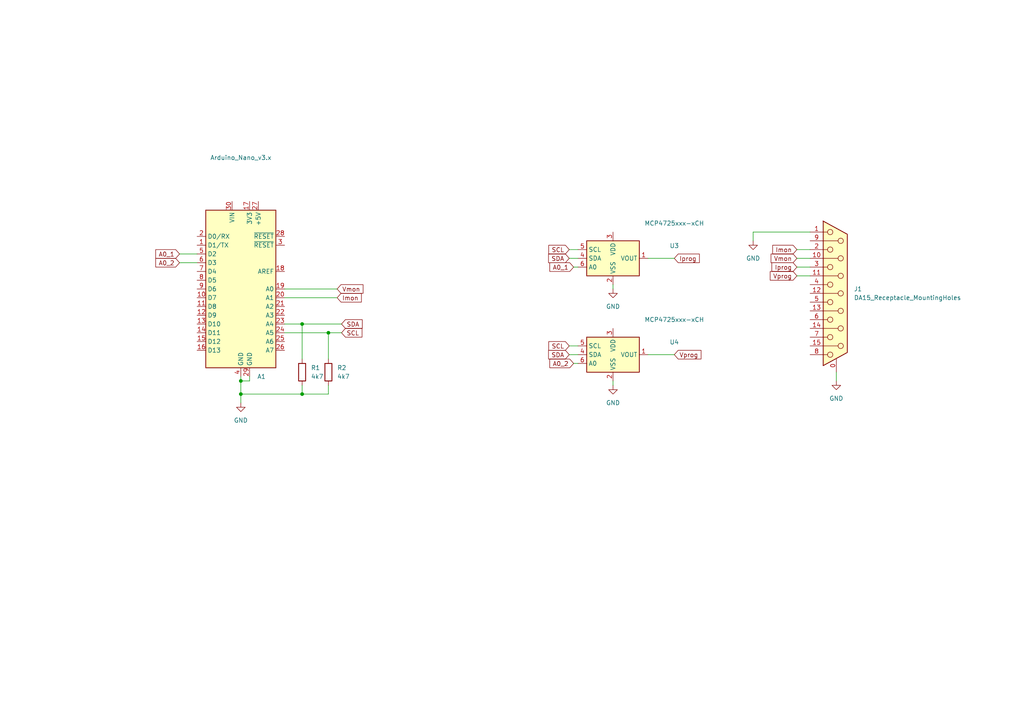
<source format=kicad_sch>
(kicad_sch (version 20230121) (generator eeschema)
  (paper "A4")
  (lib_symbols
    (symbol "Analog_DAC:MCP4725xxx-xCH"
      (property "Reference" "U" (at -6.35 6.35 0))
      (property "Value" "MCP4725xxx-xCH" (at 8.89 6.35 0))
      (symbol "MCP4725xxx-xCH_0_1"
        (rectangle (start -7.62 5.08) (end 7.62 -5.08) (stroke (width 0.254)) (fill (type background)))
      )
      (symbol "MCP4725xxx-xCH_1_1"
        (pin output line (at 10.16 0 180) (length 2.54) (name "VOUT") (number "1"))
        (pin power_in line (at 0 -7.62 90) (length 2.54) (name "VSS") (number "2"))
        (pin power_in line (at 0 7.62 270) (length 2.54) (name "VDD") (number "3"))
        (pin bidirectional line (at -10.16 0 0) (length 2.54) (name "SDA") (number "4"))
        (pin input line (at -10.16 2.54 0) (length 2.54) (name "SCL") (number "5"))
        (pin input line (at -10.16 -2.54 0) (length 2.54) (name "A0") (number "6"))
      )
    )
    (symbol "Connector:DA15_Receptacle_MountingHoles" (pin_names (offset 1.016) hide)
      (property "Reference" "J" (at 0 24.13 0))
      (property "Value" "DA15_Receptacle_MountingHoles" (at 0 22.225 0))
      (symbol "DA15_Receptacle_MountingHoles_0_1"
        (circle (center -1.778 -17.78) (radius 0.762))
        (circle (center -1.778 -12.7) (radius 0.762))
        (circle (center -1.778 -7.62) (radius 0.762))
        (circle (center -1.778 -2.54) (radius 0.762))
        (circle (center -1.778 2.54) (radius 0.762))
        (circle (center -1.778 7.62) (radius 0.762))
        (circle (center -1.778 12.7) (radius 0.762))
        (circle (center -1.778 17.78) (radius 0.762))
        (polyline (pts (xy -3.81 -17.78) (xy -2.54 -17.78)))
        (polyline (pts (xy -3.81 -15.24) (xy 0.508 -15.24)))
        (polyline (pts (xy -3.81 -12.7) (xy -2.54 -12.7)))
        (polyline (pts (xy -3.81 -10.16) (xy 0.508 -10.16)))
        (polyline (pts (xy -3.81 -7.62) (xy -2.54 -7.62)))
        (polyline (pts (xy -3.81 -5.08) (xy 0.508 -5.08)))
        (polyline (pts (xy -3.81 -2.54) (xy -2.54 -2.54)))
        (polyline (pts (xy -3.81 0) (xy 0.508 0)))
        (polyline (pts (xy -3.81 2.54) (xy -2.54 2.54)))
        (polyline (pts (xy -3.81 5.08) (xy 0.508 5.08)))
        (polyline (pts (xy -3.81 7.62) (xy -2.54 7.62)))
        (polyline (pts (xy -3.81 10.16) (xy 0.508 10.16)))
        (polyline (pts (xy -3.81 12.7) (xy -2.54 12.7)))
        (polyline (pts (xy -3.81 15.24) (xy 0.508 15.24)))
        (polyline (pts (xy -3.81 17.78) (xy -2.54 17.78)))
        (polyline (pts (xy -3.81 20.955) (xy 3.175 17.145) (xy 3.175 -17.145) (xy -3.81 -20.955) (xy -3.81 20.955)) (stroke (width 0.254)) (fill (type background)))
        (circle (center 1.27 -15.24) (radius 0.762))
        (circle (center 1.27 -10.16) (radius 0.762))
        (circle (center 1.27 -5.08) (radius 0.762))
        (circle (center 1.27 0) (radius 0.762))
        (circle (center 1.27 5.08) (radius 0.762))
        (circle (center 1.27 10.16) (radius 0.762))
        (circle (center 1.27 15.24) (radius 0.762))
      )
      (symbol "DA15_Receptacle_MountingHoles_1_1"
        (pin passive line (at 0 -22.86 90) (length 3.81) (name "PAD") (number "0"))
        (pin passive line (at -7.62 17.78 0) (length 3.81) (name "1") (number "1"))
        (pin passive line (at -7.62 10.16 0) (length 3.81) (name "P10") (number "10"))
        (pin passive line (at -7.62 5.08 0) (length 3.81) (name "P111") (number "11"))
        (pin passive line (at -7.62 0 0) (length 3.81) (name "P12") (number "12"))
        (pin passive line (at -7.62 -5.08 0) (length 3.81) (name "P13") (number "13"))
        (pin passive line (at -7.62 -10.16 0) (length 3.81) (name "P14") (number "14"))
        (pin passive line (at -7.62 -15.24 0) (length 3.81) (name "P15") (number "15"))
        (pin passive line (at -7.62 12.7 0) (length 3.81) (name "2") (number "2"))
        (pin passive line (at -7.62 7.62 0) (length 3.81) (name "3") (number "3"))
        (pin passive line (at -7.62 2.54 0) (length 3.81) (name "4") (number "4"))
        (pin passive line (at -7.62 -2.54 0) (length 3.81) (name "5") (number "5"))
        (pin passive line (at -7.62 -7.62 0) (length 3.81) (name "6") (number "6"))
        (pin passive line (at -7.62 -12.7 0) (length 3.81) (name "7") (number "7"))
        (pin passive line (at -7.62 -17.78 0) (length 3.81) (name "8") (number "8"))
        (pin passive line (at -7.62 15.24 0) (length 3.81) (name "P9") (number "9"))
      )
    )
    (symbol "Device:R" (pin_numbers hide) (pin_names (offset 0))
      (property "Reference" "R" (at 2.032 0 90))
      (property "Value" "R" (at 0 0 90))
      (symbol "R_0_1"
        (rectangle (start -1.016 -2.54) (end 1.016 2.54) (stroke (width 0.254)))
      )
      (symbol "R_1_1"
        (pin passive line (at 0 3.81 270) (length 1.27) (name "~") (number "1"))
        (pin passive line (at 0 -3.81 90) (length 1.27) (name "~") (number "2"))
      )
    )
    (symbol "MCU_Module:Arduino_Nano_v3.x"
      (property "Reference" "A" (at -10.16 23.495 0))
      (property "Value" "Arduino_Nano_v3.x" (at 5.08 -24.13 0))
      (symbol "Arduino_Nano_v3.x_0_1"
        (rectangle (start -10.16 22.86) (end 10.16 -22.86) (stroke (width 0.254)) (fill (type background)))
      )
      (symbol "Arduino_Nano_v3.x_1_1"
        (pin bidirectional line (at -12.7 12.7 0) (length 2.54) (name "D1/TX") (number "1"))
        (pin bidirectional line (at -12.7 -2.54 0) (length 2.54) (name "D7") (number "10"))
        (pin bidirectional line (at -12.7 -5.08 0) (length 2.54) (name "D8") (number "11"))
        (pin bidirectional line (at -12.7 -7.62 0) (length 2.54) (name "D9") (number "12"))
        (pin bidirectional line (at -12.7 -10.16 0) (length 2.54) (name "D10") (number "13"))
        (pin bidirectional line (at -12.7 -12.7 0) (length 2.54) (name "D11") (number "14"))
        (pin bidirectional line (at -12.7 -15.24 0) (length 2.54) (name "D12") (number "15"))
        (pin bidirectional line (at -12.7 -17.78 0) (length 2.54) (name "D13") (number "16"))
        (pin power_out line (at 2.54 25.4 270) (length 2.54) (name "3V3") (number "17"))
        (pin input line (at 12.7 5.08 180) (length 2.54) (name "AREF") (number "18"))
        (pin bidirectional line (at 12.7 0 180) (length 2.54) (name "A0") (number "19"))
        (pin bidirectional line (at -12.7 15.24 0) (length 2.54) (name "D0/RX") (number "2"))
        (pin bidirectional line (at 12.7 -2.54 180) (length 2.54) (name "A1") (number "20"))
        (pin bidirectional line (at 12.7 -5.08 180) (length 2.54) (name "A2") (number "21"))
        (pin bidirectional line (at 12.7 -7.62 180) (length 2.54) (name "A3") (number "22"))
        (pin bidirectional line (at 12.7 -10.16 180) (length 2.54) (name "A4") (number "23"))
        (pin bidirectional line (at 12.7 -12.7 180) (length 2.54) (name "A5") (number "24"))
        (pin bidirectional line (at 12.7 -15.24 180) (length 2.54) (name "A6") (number "25"))
        (pin bidirectional line (at 12.7 -17.78 180) (length 2.54) (name "A7") (number "26"))
        (pin power_out line (at 5.08 25.4 270) (length 2.54) (name "+5V") (number "27"))
        (pin input line (at 12.7 15.24 180) (length 2.54) (name "~{RESET}") (number "28"))
        (pin power_in line (at 2.54 -25.4 90) (length 2.54) (name "GND") (number "29"))
        (pin input line (at 12.7 12.7 180) (length 2.54) (name "~{RESET}") (number "3"))
        (pin power_in line (at -2.54 25.4 270) (length 2.54) (name "VIN") (number "30"))
        (pin power_in line (at 0 -25.4 90) (length 2.54) (name "GND") (number "4"))
        (pin bidirectional line (at -12.7 10.16 0) (length 2.54) (name "D2") (number "5"))
        (pin bidirectional line (at -12.7 7.62 0) (length 2.54) (name "D3") (number "6"))
        (pin bidirectional line (at -12.7 5.08 0) (length 2.54) (name "D4") (number "7"))
        (pin bidirectional line (at -12.7 2.54 0) (length 2.54) (name "D5") (number "8"))
        (pin bidirectional line (at -12.7 0 0) (length 2.54) (name "D6") (number "9"))
      )
    )
    (symbol "power:GND" (power) (pin_names (offset 0))
      (property "Value" "GND" (at 0 -3.81 0))
      (symbol "GND_0_1"
        (polyline (pts (xy 0 0) (xy 0 -1.27) (xy 1.27 -1.27) (xy 0 -2.54) (xy -1.27 -1.27) (xy 0 -1.27)))
      )
      (symbol "GND_1_1"
        (pin power_in line (at 0 0 270) (length 0) hide (name "GND") (number "1"))
      )
    )
  )
  (junction (at 95.25 96.52))
  (junction (at 87.63 93.98))
  (junction (at 87.63 114.3))
  (junction (at 69.85 110.49))
  (junction (at 69.85 114.3))
  (wire (pts (xy 82.55 86.36) (xy 97.79 86.36)))
  (wire (pts (xy 165.1 74.93) (xy 167.64 74.93)))
  (wire (pts (xy 231.14 77.47) (xy 234.95 77.47)))
  (wire (pts (xy 166.37 105.41) (xy 167.64 105.41)))
  (wire (pts (xy 95.25 96.52) (xy 95.25 104.14)))
  (wire (pts (xy 69.85 109.22) (xy 69.85 110.49)))
  (wire (pts (xy 231.14 80.01) (xy 234.95 80.01)))
  (wire (pts (xy 231.14 74.93) (xy 234.95 74.93)))
  (wire (pts (xy 231.14 72.39) (xy 234.95 72.39)))
  (wire (pts (xy 69.85 110.49) (xy 72.39 110.49)))
  (wire (pts (xy 242.57 107.95) (xy 242.57 110.49)))
  (wire (pts (xy 69.85 114.3) (xy 87.63 114.3)))
  (wire (pts (xy 177.8 110.49) (xy 177.8 111.76)))
  (wire (pts (xy 52.07 73.66) (xy 57.15 73.66)))
  (wire (pts (xy 87.63 111.76) (xy 87.63 114.3)))
  (wire (pts (xy 69.85 114.3) (xy 69.85 116.84)))
  (wire (pts (xy 52.07 76.2) (xy 57.15 76.2)))
  (wire (pts (xy 218.44 69.85) (xy 218.44 67.31)))
  (wire (pts (xy 72.39 109.22) (xy 72.39 110.49)))
  (wire (pts (xy 187.96 74.93) (xy 195.58 74.93)))
  (wire (pts (xy 165.1 102.87) (xy 167.64 102.87)))
  (wire (pts (xy 95.25 96.52) (xy 99.06 96.52)))
  (wire (pts (xy 187.96 102.87) (xy 195.58 102.87)))
  (wire (pts (xy 165.1 100.33) (xy 167.64 100.33)))
  (wire (pts (xy 87.63 114.3) (xy 95.25 114.3)))
  (wire (pts (xy 218.44 67.31) (xy 234.95 67.31)))
  (wire (pts (xy 87.63 93.98) (xy 99.06 93.98)))
  (wire (pts (xy 82.55 96.52) (xy 95.25 96.52)))
  (wire (pts (xy 82.55 93.98) (xy 87.63 93.98)))
  (wire (pts (xy 165.1 72.39) (xy 167.64 72.39)))
  (wire (pts (xy 166.37 77.47) (xy 167.64 77.47)))
  (wire (pts (xy 177.8 82.55) (xy 177.8 83.82)))
  (wire (pts (xy 69.85 110.49) (xy 69.85 114.3)))
  (wire (pts (xy 95.25 111.76) (xy 95.25 114.3)))
  (wire (pts (xy 82.55 83.82) (xy 97.79 83.82)))
  (wire (pts (xy 87.63 93.98) (xy 87.63 104.14)))
  (global_label "SDA" (shape input) (at 99.06 93.98 0) (property "Intersheetrefs" "${INTERSHEET_REFS}" (effects hide)))
  (global_label "Vmon" (shape input) (at 97.79 83.82 0) (property "Intersheetrefs" "${INTERSHEET_REFS}" (effects hide)))
  (global_label "Imon" (shape input) (at 231.14 72.39 180) (property "Intersheetrefs" "${INTERSHEET_REFS}" (effects hide)))
  (global_label "SDA" (shape input) (at 165.1 102.87 180) (property "Intersheetrefs" "${INTERSHEET_REFS}" (effects hide)))
  (global_label "Vprog" (shape input) (at 231.14 80.01 180) (property "Intersheetrefs" "${INTERSHEET_REFS}" (effects hide)))
  (global_label "Iprog" (shape input) (at 231.14 77.47 180) (property "Intersheetrefs" "${INTERSHEET_REFS}" (effects hide)))
  (global_label "A0_1" (shape input) (at 52.07 73.66 180) (property "Intersheetrefs" "${INTERSHEET_REFS}" (effects hide)))
  (global_label "A0_2" (shape input) (at 166.37 105.41 180) (property "Intersheetrefs" "${INTERSHEET_REFS}" (effects hide)))
  (global_label "SCL" (shape input) (at 165.1 100.33 180) (property "Intersheetrefs" "${INTERSHEET_REFS}" (effects hide)))
  (global_label "Iprog" (shape input) (at 195.58 74.93 0) (property "Intersheetrefs" "${INTERSHEET_REFS}" (effects hide)))
  (global_label "Vmon" (shape input) (at 231.14 74.93 180) (property "Intersheetrefs" "${INTERSHEET_REFS}" (effects hide)))
  (global_label "SCL" (shape input) (at 165.1 72.39 180) (property "Intersheetrefs" "${INTERSHEET_REFS}" (effects hide)))
  (global_label "SCL" (shape input) (at 99.06 96.52 0) (property "Intersheetrefs" "${INTERSHEET_REFS}" (effects hide)))
  (global_label "A0_1" (shape input) (at 166.37 77.47 180) (property "Intersheetrefs" "${INTERSHEET_REFS}" (effects hide)))
  (global_label "SDA" (shape input) (at 165.1 74.93 180) (property "Intersheetrefs" "${INTERSHEET_REFS}" (effects hide)))
  (global_label "Imon" (shape input) (at 97.79 86.36 0) (property "Intersheetrefs" "${INTERSHEET_REFS}" (effects hide)))
  (global_label "Vprog" (shape input) (at 195.58 102.87 0) (property "Intersheetrefs" "${INTERSHEET_REFS}" (effects hide)))
  (global_label "A0_2" (shape input) (at 52.07 76.2 180) (property "Intersheetrefs" "${INTERSHEET_REFS}" (effects hide)))
  (symbol (lib_id "MCU_Module:Arduino_Nano_v3.x") (at 69.85 83.82 0) (unit 1)
    (property "Reference" "A1" (at 74.5841 109.22 0) (effects (justify left)))
    (property "Value" "Arduino_Nano_v3.x" (at 60.96 45.72 0) (effects (justify left)))
    (property "Footprint" "Module:Arduino_Nano" (effects hide))
    (property "Datasheet" "http://www.mouser.com/pdfdocs/Gravitech_Arduino_Nano3_0.pdf" (effects hide))
  )
  (symbol (lib_id "Connector:DA15_Receptacle_MountingHoles") (at 242.57 85.09 0) (unit 1)
    (property "Reference" "J1" (at 247.65 83.82 0) (effects (justify left)))
    (property "Value" "DA15_Receptacle_MountingHoles" (at 247.65 86.36 0) (effects (justify left)))
    (property "Footprint" "Connector_Dsub:DSUB-15-HD_Female_Horizontal_P2.29x1.98mm_EdgePinOffset8.35mm_Housed_MountingHolesOffset10.89mm" (effects hide))
    (property "Datasheet" " ~" (effects hide))
  )
  (symbol (lib_id "power:GND") (at 177.8 111.76 0) (unit 1)
    (property "Reference" "#PWR02" (effects hide))
    (property "Value" "GND" (at 177.8 116.84 0))
  )
  (symbol (lib_id "power:GND") (at 69.85 116.84 0) (unit 1)
    (property "Reference" "#PWR03" (effects hide))
    (property "Value" "GND" (at 69.85 121.92 0))
  )
  (symbol (lib_id "power:GND") (at 242.57 110.49 0) (unit 1)
    (property "Reference" "#PWR05" (effects hide))
    (property "Value" "GND" (at 242.57 115.57 0))
  )
  (symbol (lib_id "power:GND") (at 218.44 69.85 0) (unit 1)
    (property "Reference" "#PWR04" (effects hide))
    (property "Value" "GND" (at 218.44 74.93 0))
  )
  (symbol (lib_id "power:GND") (at 177.8 83.82 0) (unit 1)
    (property "Reference" "#PWR01" (effects hide))
    (property "Value" "GND" (at 177.8 88.9 0))
  )
  (symbol (lib_id "Device:R") (at 95.25 107.95 0) (unit 1)
    (property "Reference" "R2" (at 97.79 106.68 0) (effects (justify left)))
    (property "Value" "4k7" (at 97.79 109.22 0) (effects (justify left)))
  )
  (symbol (lib_id "Analog_DAC:MCP4725xxx-xCH") (at 177.8 74.93 0) (unit 1)
    (property "Reference" "U3" (at 195.58 71.2821 0))
    (property "Value" "MCP4725xxx-xCH" (at 195.58 64.77 0))
    (property "Footprint" "Package_TO_SOT_SMD:SOT-23-6" (effects hide))
    (property "Datasheet" "http://ww1.microchip.com/downloads/en/DeviceDoc/22039d.pdf" (effects hide))
  )
  (symbol (lib_id "Analog_DAC:MCP4725xxx-xCH") (at 177.8 102.87 0) (unit 1)
    (property "Reference" "U4" (at 195.58 99.2221 0))
    (property "Value" "MCP4725xxx-xCH" (at 195.58 92.71 0))
    (property "Footprint" "Package_TO_SOT_SMD:SOT-23-6" (effects hide))
    (property "Datasheet" "http://ww1.microchip.com/downloads/en/DeviceDoc/22039d.pdf" (effects hide))
  )
  (symbol (lib_id "Device:R") (at 87.63 107.95 0) (unit 1)
    (property "Reference" "R1" (at 90.17 106.68 0) (effects (justify left)))
    (property "Value" "4k7" (at 90.17 109.22 0) (effects (justify left)))
  )
)
</source>
